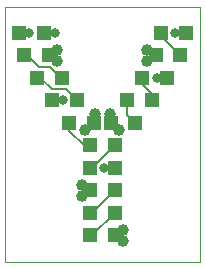
<source format=gtl>
G75*
%MOIN*%
%OFA0B0*%
%FSLAX24Y24*%
%IPPOS*%
%LPD*%
%AMOC8*
5,1,8,0,0,1.08239X$1,22.5*
%
%ADD10C,0.0000*%
%ADD11R,0.0472X0.0472*%
%ADD12C,0.0397*%
%ADD13C,0.0060*%
%ADD14C,0.0317*%
D10*
X002392Y002517D02*
X002392Y011017D01*
X008892Y011017D01*
X008892Y002517D01*
X002392Y002517D01*
D11*
X005228Y003392D03*
X005228Y004142D03*
X005228Y004892D03*
X005228Y005642D03*
X005228Y006392D03*
X005368Y007142D03*
X005916Y007142D03*
X006055Y006392D03*
X006055Y005642D03*
X006055Y004892D03*
X006055Y004142D03*
X006055Y003392D03*
X006743Y007142D03*
X006478Y007892D03*
X006978Y008642D03*
X007305Y007892D03*
X007805Y008642D03*
X007416Y009392D03*
X007603Y010142D03*
X008243Y009392D03*
X008430Y010142D03*
X004805Y007892D03*
X004305Y008642D03*
X003978Y007892D03*
X003478Y008642D03*
X003868Y009392D03*
X003680Y010142D03*
X003041Y009392D03*
X002853Y010142D03*
X004541Y007142D03*
D12*
X005079Y006892D03*
X005392Y007454D03*
X005892Y007454D03*
X006204Y006892D03*
X004954Y005079D03*
X004954Y004704D03*
X006329Y003579D03*
X006329Y003204D03*
X007142Y009204D03*
X007142Y009579D03*
X004142Y009579D03*
X004142Y009204D03*
D13*
X004055Y009204D01*
X003868Y009392D01*
X004055Y009579D01*
X004142Y009579D01*
X004079Y010142D02*
X003680Y010142D01*
X003204Y010142D02*
X002853Y010142D01*
X003041Y009392D02*
X003142Y009392D01*
X003517Y009017D01*
X003892Y009017D01*
X004142Y008767D01*
X004180Y008767D01*
X004305Y008642D01*
X004430Y008267D02*
X004805Y007892D01*
X004430Y008267D02*
X003954Y008267D01*
X003579Y008642D01*
X003478Y008642D01*
X003978Y007892D02*
X004329Y007892D01*
X004541Y007142D02*
X004541Y006868D01*
X005017Y006392D01*
X005228Y006392D01*
X005118Y006892D02*
X005368Y007142D01*
X005392Y007166D01*
X005392Y007454D01*
X005892Y007454D02*
X005892Y007166D01*
X005916Y007142D01*
X006166Y006892D01*
X006204Y006892D01*
X006055Y006392D02*
X005305Y005642D01*
X005228Y005642D01*
X005704Y005642D02*
X006055Y005642D01*
X006055Y004892D02*
X005305Y004142D01*
X005228Y004142D01*
X005041Y004704D02*
X004954Y004704D01*
X005041Y004704D02*
X005228Y004892D01*
X005041Y005079D01*
X004954Y005079D01*
X006055Y004142D02*
X005305Y003392D01*
X005228Y003392D01*
X006055Y003392D02*
X006243Y003204D01*
X006329Y003204D01*
X006055Y003392D02*
X006243Y003579D01*
X006329Y003579D01*
X005118Y006892D02*
X005079Y006892D01*
X006478Y007406D02*
X006743Y007142D01*
X006478Y007406D02*
X006478Y007892D01*
X006978Y008430D02*
X007267Y008142D01*
X007267Y007930D01*
X007305Y007892D01*
X006978Y008430D02*
X006978Y008642D01*
X007454Y008642D02*
X007805Y008642D01*
X007228Y009204D02*
X007142Y009204D01*
X007228Y009204D02*
X007416Y009392D01*
X007228Y009579D01*
X007142Y009579D01*
X007603Y010031D02*
X008243Y009392D01*
X008079Y010142D02*
X008430Y010142D01*
X007603Y010142D02*
X007603Y010031D01*
D14*
X008079Y010142D03*
X007454Y008642D03*
X005704Y005642D03*
X004329Y007892D03*
X004079Y010142D03*
X003204Y010142D03*
M02*

</source>
